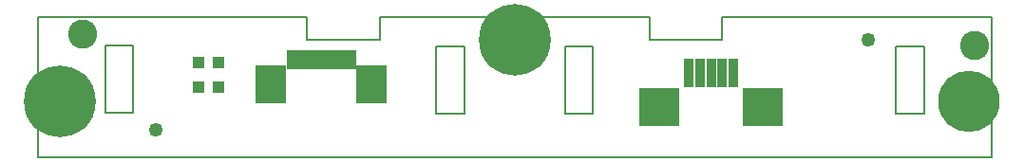
<source format=gbr>
G04 #@! TF.FileFunction,Soldermask,Top*
%FSLAX46Y46*%
G04 Gerber Fmt 4.6, Leading zero omitted, Abs format (unit mm)*
G04 Created by KiCad (PCBNEW no-vcs-found-undefined) date Tue Nov  8 14:46:45 2016*
%MOMM*%
%LPD*%
G01*
G04 APERTURE LIST*
%ADD10C,0.600000*%
%ADD11C,0.150000*%
%ADD12C,5.480000*%
%ADD13C,6.400000*%
%ADD14C,1.254000*%
%ADD15R,1.117600X1.117600*%
%ADD16C,2.600000*%
%ADD17R,0.650000X1.700000*%
%ADD18R,2.700000X3.400000*%
%ADD19R,3.600000X3.400000*%
%ADD20R,0.900000X2.600000*%
G04 APERTURE END LIST*
D10*
D11*
X124500000Y-75100000D02*
X124500000Y-81100000D01*
X122000000Y-81100000D02*
X122000000Y-75100000D01*
X124500000Y-81100000D02*
X122000000Y-81100000D01*
X122000000Y-75100000D02*
X124500000Y-75100000D01*
X151500000Y-81100000D02*
X151500000Y-75100000D01*
X154000000Y-75100000D02*
X154000000Y-81100000D01*
X151500000Y-75100000D02*
X154000000Y-75100000D01*
X154000000Y-81100000D02*
X151500000Y-81100000D01*
X110500000Y-81100000D02*
X110500000Y-75100000D01*
X110500000Y-75100000D02*
X113000000Y-75100000D01*
X113000000Y-75100000D02*
X113000000Y-81100000D01*
X113000000Y-81100000D02*
X110500000Y-81100000D01*
X83500000Y-81000000D02*
X81000000Y-81000000D01*
X83500000Y-75000000D02*
X83500000Y-81000000D01*
X81000000Y-75000000D02*
X83500000Y-75000000D01*
X81000000Y-81000000D02*
X81000000Y-75000000D01*
X136000000Y-72500000D02*
X160000000Y-72500000D01*
X136000000Y-74500000D02*
X136000000Y-72500000D01*
X129500000Y-74500000D02*
X136000000Y-74500000D01*
X129500000Y-72500000D02*
X129500000Y-74500000D01*
X105500000Y-72500000D02*
X129500000Y-72500000D01*
X105500000Y-74500000D02*
X105500000Y-72500000D01*
X99000000Y-74500000D02*
X105500000Y-74500000D01*
X99000000Y-72500000D02*
X99000000Y-74500000D01*
X75000000Y-72500000D02*
X99000000Y-72500000D01*
X160000000Y-72500000D02*
X160000000Y-85000000D01*
X75000000Y-85000000D02*
X75000000Y-72500000D01*
X75000000Y-85000000D02*
X160000000Y-85000000D01*
D12*
X158000000Y-80000000D03*
D13*
X117500000Y-74500000D03*
X77000000Y-80000000D03*
D14*
X85500000Y-82500000D03*
X149000000Y-74500000D03*
D15*
X91139000Y-76500000D03*
X89361000Y-76500000D03*
X91139000Y-78750000D03*
X89361000Y-78750000D03*
D16*
X79000000Y-74000000D03*
X158500000Y-75000000D03*
D17*
X97500000Y-76250000D03*
X98000000Y-76250000D03*
X98500000Y-76250000D03*
X99000000Y-76250000D03*
X99500000Y-76250000D03*
X100000000Y-76250000D03*
D18*
X95750000Y-78500000D03*
X104750000Y-78500000D03*
D17*
X100500000Y-76250000D03*
X101000000Y-76250000D03*
X101500000Y-76250000D03*
X102000000Y-76250000D03*
X102500000Y-76250000D03*
X103000000Y-76250000D03*
D19*
X139650000Y-80500000D03*
X130350000Y-80500000D03*
D20*
X137000000Y-77500000D03*
X136000000Y-77500000D03*
X135000000Y-77500000D03*
X134000000Y-77500000D03*
X133000000Y-77500000D03*
M02*

</source>
